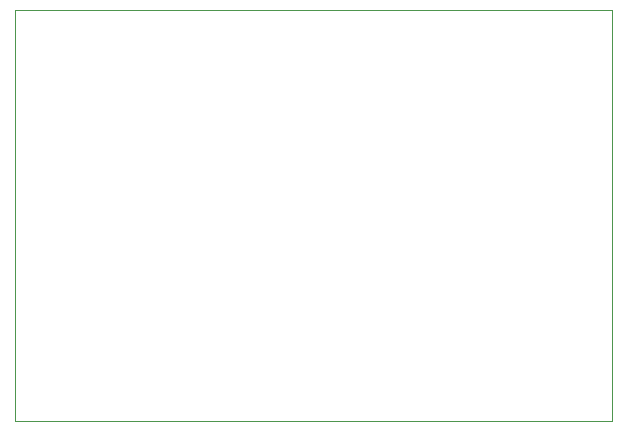
<source format=gbr>
%TF.GenerationSoftware,KiCad,Pcbnew,9.0.5*%
%TF.CreationDate,2025-10-15T03:39:03+09:00*%
%TF.ProjectId,fpga_pre_test,66706761-5f70-4726-955f-746573742e6b,rev?*%
%TF.SameCoordinates,Original*%
%TF.FileFunction,Profile,NP*%
%FSLAX46Y46*%
G04 Gerber Fmt 4.6, Leading zero omitted, Abs format (unit mm)*
G04 Created by KiCad (PCBNEW 9.0.5) date 2025-10-15 03:39:03*
%MOMM*%
%LPD*%
G01*
G04 APERTURE LIST*
%TA.AperFunction,Profile*%
%ADD10C,0.050000*%
%TD*%
G04 APERTURE END LIST*
D10*
X125723976Y-81843976D02*
X176220000Y-81843976D01*
X176220000Y-116680000D01*
X125723976Y-116680000D01*
X125723976Y-81843976D01*
M02*

</source>
